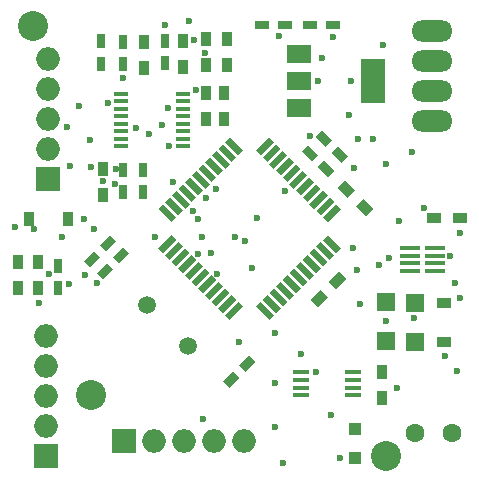
<source format=gbr>
G04 #@! TF.FileFunction,Soldermask,Top*
%FSLAX46Y46*%
G04 Gerber Fmt 4.6, Leading zero omitted, Abs format (unit mm)*
G04 Created by KiCad (PCBNEW 4.0.4-stable) date 06/04/17 23:31:50*
%MOMM*%
%LPD*%
G01*
G04 APERTURE LIST*
%ADD10C,0.100000*%
%ADD11C,2.540000*%
%ADD12R,1.500000X1.500000*%
%ADD13C,1.600200*%
%ADD14C,1.500000*%
%ADD15R,1.727000X0.457000*%
%ADD16R,1.200000X0.900000*%
%ADD17R,0.750000X1.200000*%
%ADD18R,1.200000X0.750000*%
%ADD19R,0.900000X1.200000*%
%ADD20R,1.200000X0.400000*%
%ADD21O,3.500120X1.800860*%
%ADD22R,2.000000X3.800000*%
%ADD23R,2.000000X1.500000*%
%ADD24R,1.000000X1.000000*%
%ADD25R,1.450000X0.450000*%
%ADD26O,1.998980X1.998980*%
%ADD27R,1.998980X1.998980*%
%ADD28C,0.600000*%
G04 APERTURE END LIST*
D10*
D11*
X44550000Y-196060000D03*
X14690000Y-159620000D03*
X19540000Y-190880000D03*
D10*
G36*
X40329838Y-174691857D02*
X40725817Y-175087836D01*
X39594446Y-176219207D01*
X39198467Y-175823228D01*
X40329838Y-174691857D01*
X40329838Y-174691857D01*
G37*
G36*
X39764152Y-174126172D02*
X40160131Y-174522151D01*
X39028760Y-175653522D01*
X38632781Y-175257543D01*
X39764152Y-174126172D01*
X39764152Y-174126172D01*
G37*
G36*
X39198467Y-173560487D02*
X39594446Y-173956466D01*
X38463075Y-175087837D01*
X38067096Y-174691858D01*
X39198467Y-173560487D01*
X39198467Y-173560487D01*
G37*
G36*
X38632782Y-172994801D02*
X39028761Y-173390780D01*
X37897390Y-174522151D01*
X37501411Y-174126172D01*
X38632782Y-172994801D01*
X38632782Y-172994801D01*
G37*
G36*
X38067096Y-172429116D02*
X38463075Y-172825095D01*
X37331704Y-173956466D01*
X36935725Y-173560487D01*
X38067096Y-172429116D01*
X38067096Y-172429116D01*
G37*
G36*
X37501411Y-171863430D02*
X37897390Y-172259409D01*
X36766019Y-173390780D01*
X36370040Y-172994801D01*
X37501411Y-171863430D01*
X37501411Y-171863430D01*
G37*
G36*
X36935725Y-171297745D02*
X37331704Y-171693724D01*
X36200333Y-172825095D01*
X35804354Y-172429116D01*
X36935725Y-171297745D01*
X36935725Y-171297745D01*
G37*
G36*
X36370040Y-170732059D02*
X36766019Y-171128038D01*
X35634648Y-172259409D01*
X35238669Y-171863430D01*
X36370040Y-170732059D01*
X36370040Y-170732059D01*
G37*
G36*
X35804354Y-170166374D02*
X36200333Y-170562353D01*
X35068962Y-171693724D01*
X34672983Y-171297745D01*
X35804354Y-170166374D01*
X35804354Y-170166374D01*
G37*
G36*
X35238669Y-169600689D02*
X35634648Y-169996668D01*
X34503277Y-171128039D01*
X34107298Y-170732060D01*
X35238669Y-169600689D01*
X35238669Y-169600689D01*
G37*
G36*
X34672984Y-169035003D02*
X35068963Y-169430982D01*
X33937592Y-170562353D01*
X33541613Y-170166374D01*
X34672984Y-169035003D01*
X34672984Y-169035003D01*
G37*
G36*
X30925317Y-169430982D02*
X31321296Y-169035003D01*
X32452667Y-170166374D01*
X32056688Y-170562353D01*
X30925317Y-169430982D01*
X30925317Y-169430982D01*
G37*
G36*
X30359632Y-169996668D02*
X30755611Y-169600689D01*
X31886982Y-170732060D01*
X31491003Y-171128039D01*
X30359632Y-169996668D01*
X30359632Y-169996668D01*
G37*
G36*
X29793947Y-170562353D02*
X30189926Y-170166374D01*
X31321297Y-171297745D01*
X30925318Y-171693724D01*
X29793947Y-170562353D01*
X29793947Y-170562353D01*
G37*
G36*
X29228261Y-171128038D02*
X29624240Y-170732059D01*
X30755611Y-171863430D01*
X30359632Y-172259409D01*
X29228261Y-171128038D01*
X29228261Y-171128038D01*
G37*
G36*
X28662576Y-171693724D02*
X29058555Y-171297745D01*
X30189926Y-172429116D01*
X29793947Y-172825095D01*
X28662576Y-171693724D01*
X28662576Y-171693724D01*
G37*
G36*
X28096890Y-172259409D02*
X28492869Y-171863430D01*
X29624240Y-172994801D01*
X29228261Y-173390780D01*
X28096890Y-172259409D01*
X28096890Y-172259409D01*
G37*
G36*
X27531205Y-172825095D02*
X27927184Y-172429116D01*
X29058555Y-173560487D01*
X28662576Y-173956466D01*
X27531205Y-172825095D01*
X27531205Y-172825095D01*
G37*
G36*
X26965519Y-173390780D02*
X27361498Y-172994801D01*
X28492869Y-174126172D01*
X28096890Y-174522151D01*
X26965519Y-173390780D01*
X26965519Y-173390780D01*
G37*
G36*
X26399834Y-173956466D02*
X26795813Y-173560487D01*
X27927184Y-174691858D01*
X27531205Y-175087837D01*
X26399834Y-173956466D01*
X26399834Y-173956466D01*
G37*
G36*
X25834149Y-174522151D02*
X26230128Y-174126172D01*
X27361499Y-175257543D01*
X26965520Y-175653522D01*
X25834149Y-174522151D01*
X25834149Y-174522151D01*
G37*
G36*
X25268463Y-175087836D02*
X25664442Y-174691857D01*
X26795813Y-175823228D01*
X26399834Y-176219207D01*
X25268463Y-175087836D01*
X25268463Y-175087836D01*
G37*
G36*
X26399834Y-177308153D02*
X26795813Y-177704132D01*
X25664442Y-178835503D01*
X25268463Y-178439524D01*
X26399834Y-177308153D01*
X26399834Y-177308153D01*
G37*
G36*
X26965520Y-177873838D02*
X27361499Y-178269817D01*
X26230128Y-179401188D01*
X25834149Y-179005209D01*
X26965520Y-177873838D01*
X26965520Y-177873838D01*
G37*
G36*
X27531205Y-178439523D02*
X27927184Y-178835502D01*
X26795813Y-179966873D01*
X26399834Y-179570894D01*
X27531205Y-178439523D01*
X27531205Y-178439523D01*
G37*
G36*
X28096890Y-179005209D02*
X28492869Y-179401188D01*
X27361498Y-180532559D01*
X26965519Y-180136580D01*
X28096890Y-179005209D01*
X28096890Y-179005209D01*
G37*
G36*
X28662576Y-179570894D02*
X29058555Y-179966873D01*
X27927184Y-181098244D01*
X27531205Y-180702265D01*
X28662576Y-179570894D01*
X28662576Y-179570894D01*
G37*
G36*
X29228261Y-180136580D02*
X29624240Y-180532559D01*
X28492869Y-181663930D01*
X28096890Y-181267951D01*
X29228261Y-180136580D01*
X29228261Y-180136580D01*
G37*
G36*
X29793947Y-180702265D02*
X30189926Y-181098244D01*
X29058555Y-182229615D01*
X28662576Y-181833636D01*
X29793947Y-180702265D01*
X29793947Y-180702265D01*
G37*
G36*
X30359632Y-181267951D02*
X30755611Y-181663930D01*
X29624240Y-182795301D01*
X29228261Y-182399322D01*
X30359632Y-181267951D01*
X30359632Y-181267951D01*
G37*
G36*
X30925318Y-181833636D02*
X31321297Y-182229615D01*
X30189926Y-183360986D01*
X29793947Y-182965007D01*
X30925318Y-181833636D01*
X30925318Y-181833636D01*
G37*
G36*
X31491003Y-182399321D02*
X31886982Y-182795300D01*
X30755611Y-183926671D01*
X30359632Y-183530692D01*
X31491003Y-182399321D01*
X31491003Y-182399321D01*
G37*
G36*
X32056688Y-182965007D02*
X32452667Y-183360986D01*
X31321296Y-184492357D01*
X30925317Y-184096378D01*
X32056688Y-182965007D01*
X32056688Y-182965007D01*
G37*
G36*
X33541613Y-183360986D02*
X33937592Y-182965007D01*
X35068963Y-184096378D01*
X34672984Y-184492357D01*
X33541613Y-183360986D01*
X33541613Y-183360986D01*
G37*
G36*
X34107298Y-182795300D02*
X34503277Y-182399321D01*
X35634648Y-183530692D01*
X35238669Y-183926671D01*
X34107298Y-182795300D01*
X34107298Y-182795300D01*
G37*
G36*
X34672983Y-182229615D02*
X35068962Y-181833636D01*
X36200333Y-182965007D01*
X35804354Y-183360986D01*
X34672983Y-182229615D01*
X34672983Y-182229615D01*
G37*
G36*
X35238669Y-181663930D02*
X35634648Y-181267951D01*
X36766019Y-182399322D01*
X36370040Y-182795301D01*
X35238669Y-181663930D01*
X35238669Y-181663930D01*
G37*
G36*
X35804354Y-181098244D02*
X36200333Y-180702265D01*
X37331704Y-181833636D01*
X36935725Y-182229615D01*
X35804354Y-181098244D01*
X35804354Y-181098244D01*
G37*
G36*
X36370040Y-180532559D02*
X36766019Y-180136580D01*
X37897390Y-181267951D01*
X37501411Y-181663930D01*
X36370040Y-180532559D01*
X36370040Y-180532559D01*
G37*
G36*
X36935725Y-179966873D02*
X37331704Y-179570894D01*
X38463075Y-180702265D01*
X38067096Y-181098244D01*
X36935725Y-179966873D01*
X36935725Y-179966873D01*
G37*
G36*
X37501411Y-179401188D02*
X37897390Y-179005209D01*
X39028761Y-180136580D01*
X38632782Y-180532559D01*
X37501411Y-179401188D01*
X37501411Y-179401188D01*
G37*
G36*
X38067096Y-178835502D02*
X38463075Y-178439523D01*
X39594446Y-179570894D01*
X39198467Y-179966873D01*
X38067096Y-178835502D01*
X38067096Y-178835502D01*
G37*
G36*
X38632781Y-178269817D02*
X39028760Y-177873838D01*
X40160131Y-179005209D01*
X39764152Y-179401188D01*
X38632781Y-178269817D01*
X38632781Y-178269817D01*
G37*
G36*
X39198467Y-177704132D02*
X39594446Y-177308153D01*
X40725817Y-178439524D01*
X40329838Y-178835503D01*
X39198467Y-177704132D01*
X39198467Y-177704132D01*
G37*
D12*
X46980000Y-186345000D03*
X46980000Y-183045000D03*
D13*
X46969680Y-194066160D03*
X50144680Y-194066160D03*
D14*
X27750000Y-186700000D03*
X24299319Y-183249319D03*
D15*
X46606000Y-178400000D03*
X46606000Y-179050000D03*
X46606000Y-179700000D03*
X46606000Y-180350000D03*
X48714000Y-180350000D03*
X48714000Y-179700000D03*
X48714000Y-179050000D03*
X48714000Y-178400000D03*
D16*
X49470000Y-183105000D03*
X49470000Y-186405000D03*
D17*
X16776840Y-181828240D03*
X16776840Y-179928240D03*
D10*
G36*
X31264590Y-190230500D02*
X30734260Y-189700170D01*
X31582788Y-188851642D01*
X32113118Y-189381972D01*
X31264590Y-190230500D01*
X31264590Y-190230500D01*
G37*
G36*
X32608092Y-188886998D02*
X32077762Y-188356668D01*
X32926290Y-187508140D01*
X33456620Y-188038470D01*
X32608092Y-188886998D01*
X32608092Y-188886998D01*
G37*
D18*
X38139000Y-159496000D03*
X40039000Y-159496000D03*
D10*
G36*
X22255850Y-178338820D02*
X22786180Y-178869150D01*
X21937652Y-179717678D01*
X21407322Y-179187348D01*
X22255850Y-178338820D01*
X22255850Y-178338820D01*
G37*
G36*
X20912348Y-179682322D02*
X21442678Y-180212652D01*
X20594150Y-181061180D01*
X20063820Y-180530850D01*
X20912348Y-179682322D01*
X20912348Y-179682322D01*
G37*
D18*
X34075000Y-159496000D03*
X35975000Y-159496000D03*
D10*
G36*
X19519150Y-180011180D02*
X18988820Y-179480850D01*
X19837348Y-178632322D01*
X20367678Y-179162652D01*
X19519150Y-180011180D01*
X19519150Y-180011180D01*
G37*
G36*
X20862652Y-178667678D02*
X20332322Y-178137348D01*
X21180850Y-177288820D01*
X21711180Y-177819150D01*
X20862652Y-178667678D01*
X20862652Y-178667678D01*
G37*
G36*
X37406980Y-170185910D02*
X37937310Y-169655580D01*
X38785838Y-170504108D01*
X38255508Y-171034438D01*
X37406980Y-170185910D01*
X37406980Y-170185910D01*
G37*
G36*
X38750482Y-171529412D02*
X39280812Y-170999082D01*
X40129340Y-171847610D01*
X39599010Y-172377940D01*
X38750482Y-171529412D01*
X38750482Y-171529412D01*
G37*
G36*
X38606980Y-168985910D02*
X39137310Y-168455580D01*
X39985838Y-169304108D01*
X39455508Y-169834438D01*
X38606980Y-168985910D01*
X38606980Y-168985910D01*
G37*
G36*
X39950482Y-170329412D02*
X40480812Y-169799082D01*
X41329340Y-170647610D01*
X40799010Y-171177940D01*
X39950482Y-170329412D01*
X39950482Y-170329412D01*
G37*
D17*
X22320000Y-171785000D03*
X22320000Y-173685000D03*
X22275000Y-162825000D03*
X22275000Y-160925000D03*
X20425000Y-162800000D03*
X20425000Y-160900000D03*
D10*
G36*
X40469721Y-173311117D02*
X41106117Y-172674721D01*
X41954645Y-173523249D01*
X41318249Y-174159645D01*
X40469721Y-173311117D01*
X40469721Y-173311117D01*
G37*
G36*
X42025355Y-174866751D02*
X42661751Y-174230355D01*
X43510279Y-175078883D01*
X42873883Y-175715279D01*
X42025355Y-174866751D01*
X42025355Y-174866751D01*
G37*
G36*
X38784277Y-183437039D02*
X38147881Y-182800643D01*
X38996409Y-181952115D01*
X39632805Y-182588511D01*
X38784277Y-183437039D01*
X38784277Y-183437039D01*
G37*
G36*
X40339911Y-181881405D02*
X39703515Y-181245009D01*
X40552043Y-180396481D01*
X41188439Y-181032877D01*
X40339911Y-181881405D01*
X40339911Y-181881405D01*
G37*
D19*
X44170000Y-191085000D03*
X44170000Y-188885000D03*
X27368160Y-163066760D03*
X27368160Y-160866760D03*
X13346840Y-181818240D03*
X13346840Y-179618240D03*
X15096840Y-179618240D03*
X15096840Y-181818240D03*
X20600000Y-173935000D03*
X20600000Y-171735000D03*
X24068160Y-160966760D03*
X24068160Y-163166760D03*
X29275000Y-167500000D03*
X29275000Y-165300000D03*
X30861000Y-167505560D03*
X30861000Y-165305560D03*
X31068160Y-160716760D03*
X31068160Y-162916760D03*
X29318160Y-162916760D03*
X29318160Y-160716760D03*
D20*
X22124360Y-165364160D03*
X22124360Y-165999160D03*
X22124360Y-166634160D03*
X22124360Y-167269160D03*
X22124360Y-167904160D03*
X22124360Y-168539160D03*
X22124360Y-169174160D03*
X22124360Y-169809160D03*
X27324360Y-169809160D03*
X27324360Y-169174160D03*
X27324360Y-168539160D03*
X27324360Y-167904160D03*
X27324360Y-167269160D03*
X27324360Y-166634160D03*
X27324360Y-165999160D03*
X27324360Y-165364160D03*
D21*
X48442880Y-160050480D03*
X48442880Y-162590480D03*
X48442880Y-165130480D03*
X48442880Y-167670480D03*
D17*
X25818160Y-162766760D03*
X25818160Y-160866760D03*
X23960000Y-171795000D03*
X23960000Y-173695000D03*
D12*
X44540000Y-186295000D03*
X44540000Y-182995000D03*
D19*
X17630000Y-175955000D03*
X14330000Y-175955000D03*
D22*
X43452180Y-164271960D03*
D23*
X37152180Y-164271960D03*
X37152180Y-166571960D03*
X37152180Y-161971960D03*
D24*
X41910000Y-193705000D03*
X41910000Y-196205000D03*
D25*
X41780000Y-190880000D03*
X41780000Y-190230000D03*
X41780000Y-189580000D03*
X41780000Y-188930000D03*
X37380000Y-188930000D03*
X37380000Y-189580000D03*
X37380000Y-190230000D03*
X37380000Y-190880000D03*
D26*
X15740000Y-188375000D03*
D27*
X15740000Y-195995000D03*
D26*
X15740000Y-193455000D03*
X15740000Y-190915000D03*
X15740000Y-185835000D03*
X15940000Y-164985000D03*
D27*
X15940000Y-172605000D03*
D26*
X15940000Y-170065000D03*
X15940000Y-167525000D03*
X15940000Y-162445000D03*
X29960000Y-194745000D03*
D27*
X22340000Y-194745000D03*
D26*
X24880000Y-194745000D03*
X27420000Y-194745000D03*
X32500000Y-194745000D03*
D16*
X48640000Y-175880000D03*
X50840000Y-175880000D03*
D28*
X35160000Y-189860000D03*
X46880000Y-184310000D03*
X44520000Y-184600000D03*
X41840000Y-171620000D03*
X44550000Y-171270000D03*
X46730000Y-170250000D03*
X42150000Y-169170000D03*
X41600000Y-164275000D03*
X40610000Y-196195000D03*
X35150000Y-193560000D03*
X44820000Y-179265000D03*
X49510000Y-187535000D03*
X32100000Y-186340000D03*
X37350000Y-187380000D03*
X24470000Y-168790000D03*
X21630000Y-173030000D03*
X29260000Y-161890000D03*
X38790000Y-164295000D03*
X14732000Y-176784000D03*
X30226000Y-180594000D03*
X20066000Y-181356000D03*
X16002000Y-180594000D03*
X38650000Y-188900000D03*
X35500000Y-160440000D03*
X22275000Y-164045000D03*
X25820000Y-159510000D03*
X15200000Y-183075000D03*
X28460000Y-164995000D03*
X40070000Y-160525000D03*
X36030000Y-173615000D03*
X19480000Y-169225000D03*
X24960000Y-177445000D03*
X17700000Y-181420000D03*
X19800000Y-176820000D03*
X50800000Y-182626000D03*
X45466000Y-190246000D03*
X43434000Y-169164000D03*
X41402000Y-167132000D03*
X23410000Y-168270000D03*
X21660000Y-171740000D03*
X29718000Y-178816000D03*
X43990000Y-179870000D03*
X45650000Y-176120000D03*
X50540000Y-188790000D03*
X39900000Y-192540000D03*
X18990000Y-175945000D03*
X28170000Y-175295000D03*
X17100000Y-177500000D03*
X30180000Y-173395000D03*
X44270000Y-161185000D03*
X19020000Y-180655000D03*
X28590000Y-178895000D03*
X33190000Y-180060000D03*
X35180000Y-185590000D03*
X50770000Y-177180000D03*
X49960000Y-179125000D03*
X29310000Y-174155000D03*
X50390000Y-181375000D03*
X42122060Y-180252781D03*
X42350000Y-183160000D03*
X35814000Y-196596000D03*
X47752000Y-175006000D03*
X39116000Y-162306000D03*
X38100000Y-168910000D03*
X21050000Y-166140000D03*
X19560000Y-171560000D03*
X28940000Y-177450000D03*
X26170000Y-169745000D03*
X28320000Y-160785000D03*
X26120000Y-166565000D03*
X33660000Y-175885000D03*
X32630000Y-177830000D03*
X31780000Y-177440000D03*
X41730000Y-178375000D03*
X27890000Y-159175000D03*
X26550000Y-172785000D03*
X13130000Y-176650000D03*
X28630000Y-175955000D03*
X29040000Y-192905000D03*
X25570000Y-167980000D03*
X17780000Y-171450000D03*
X17526000Y-168148000D03*
X18542000Y-166370000D03*
X20574000Y-172720000D03*
M02*

</source>
